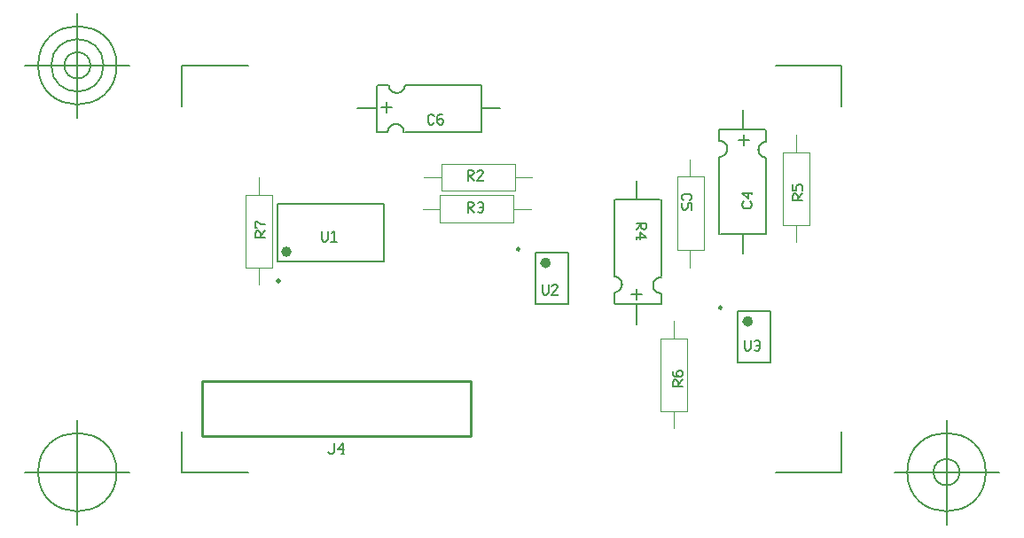
<source format=gbr>
G04 Generated by Ultiboard 14.2 *
%FSLAX24Y24*%
%MOIN*%

%ADD10C,0.0001*%
%ADD11C,0.0061*%
%ADD12C,0.0100*%
%ADD13C,0.0080*%
%ADD14C,0.0039*%
%ADD15C,0.0079*%
%ADD16C,0.0197*%
%ADD17C,0.0098*%
%ADD18C,0.0050*%
%ADD19C,0.03937*%
%ADD20C,0.01969*%


G04 ColorRGB FFFF00 for the following layer *
%LNSilkscreen Top*%
%LPD*%
G54D10*
G54D11*
X9186Y8672D02*
X9265Y8593D01*
X9343Y8593D01*
X9422Y8672D01*
X9422Y8987D01*
X9774Y8751D02*
X9539Y8751D01*
X9735Y8987D01*
X9735Y8593D01*
X9696Y8593D02*
X9774Y8593D01*
X24839Y12861D02*
X24839Y12546D01*
X24918Y12467D01*
X24996Y12467D01*
X25074Y12546D01*
X25074Y12861D01*
X25231Y12821D02*
X25270Y12861D01*
X25349Y12861D01*
X25427Y12782D01*
X25427Y12703D01*
X25388Y12664D01*
X25427Y12624D01*
X25427Y12546D01*
X25349Y12467D01*
X25270Y12467D01*
X25231Y12506D01*
X25270Y12664D02*
X25388Y12664D01*
X17239Y14961D02*
X17239Y14646D01*
X17318Y14567D01*
X17396Y14567D01*
X17474Y14646D01*
X17474Y14961D01*
X17592Y14882D02*
X17670Y14961D01*
X17749Y14961D01*
X17827Y14882D01*
X17827Y14843D01*
X17592Y14567D01*
X17827Y14567D01*
X17827Y14606D01*
G54D12*
X4451Y11339D02*
X14549Y11339D01*
X14549Y9261D01*
X4451Y9261D01*
X4451Y11339D01*
G54D13*
X14439Y17667D02*
X14439Y18061D01*
X14596Y18061D01*
X14674Y17982D01*
X14674Y17943D01*
X14596Y17864D01*
X14439Y17864D01*
X14478Y17864D02*
X14674Y17667D01*
X14831Y18021D02*
X14870Y18061D01*
X14949Y18061D01*
X15027Y17982D01*
X15027Y17903D01*
X14988Y17864D01*
X15027Y17824D01*
X15027Y17746D01*
X14949Y17667D01*
X14870Y17667D01*
X14831Y17706D01*
X14870Y17864D02*
X14988Y17864D01*
X13174Y21046D02*
X13096Y20967D01*
X13018Y20967D01*
X12939Y21046D01*
X12939Y21282D01*
X13018Y21361D01*
X13096Y21361D01*
X13174Y21282D01*
X13488Y21361D02*
X13370Y21361D01*
X13292Y21282D01*
X13292Y21124D01*
X13292Y21046D01*
X13370Y20967D01*
X13449Y20967D01*
X13527Y21046D01*
X13527Y21124D01*
X13449Y21203D01*
X13370Y21203D01*
X13292Y21124D01*
X11020Y20694D02*
X11020Y22427D01*
X14957Y22427D02*
X14957Y20734D01*
X10994Y21600D02*
X10272Y21600D01*
X15666Y21600D02*
X14957Y21600D01*
X12083Y20694D02*
X14957Y20694D01*
X11431Y20699D02*
X11031Y20699D01*
X12083Y22466D02*
X14957Y22466D01*
X11054Y22466D02*
X11454Y22466D01*
X11469Y22466D02*
X11470Y22440D01*
X11473Y22414D01*
X11479Y22388D01*
X11487Y22364D01*
X11497Y22339D01*
X11509Y22316D01*
X11523Y22294D01*
X11539Y22273D01*
X11556Y22254D01*
X11576Y22236D01*
X11596Y22220D01*
X11619Y22206D01*
X11642Y22194D01*
X11666Y22184D01*
X11691Y22176D01*
X11716Y22171D01*
X11742Y22167D01*
X11769Y22166D01*
X11795Y22167D01*
X11821Y22171D01*
X11846Y22176D01*
X11871Y22184D01*
X11895Y22194D01*
X11919Y22206D01*
X11941Y22220D01*
X11961Y22236D01*
X11981Y22254D01*
X11998Y22273D01*
X12014Y22294D01*
X12028Y22316D01*
X12040Y22339D01*
X12050Y22364D01*
X12058Y22388D01*
X12064Y22414D01*
X12067Y22440D01*
X12069Y22466D01*
X11398Y21833D02*
X11398Y21433D01*
X11598Y21633D02*
X11198Y21633D01*
X12031Y20699D02*
X12030Y20725D01*
X12027Y20751D01*
X12021Y20776D01*
X12013Y20801D01*
X12003Y20826D01*
X11991Y20849D01*
X11977Y20871D01*
X11961Y20892D01*
X11944Y20911D01*
X11924Y20929D01*
X11904Y20945D01*
X11881Y20959D01*
X11858Y20971D01*
X11834Y20981D01*
X11809Y20989D01*
X11784Y20994D01*
X11758Y20998D01*
X11731Y20999D01*
X11705Y20998D01*
X11679Y20994D01*
X11654Y20989D01*
X11629Y20981D01*
X11605Y20971D01*
X11581Y20959D01*
X11559Y20945D01*
X11539Y20929D01*
X11519Y20911D01*
X11502Y20892D01*
X11486Y20871D01*
X11472Y20849D01*
X11460Y20826D01*
X11450Y20801D01*
X11442Y20776D01*
X11436Y20751D01*
X11433Y20725D01*
X11431Y20699D01*
X6833Y16739D02*
X6439Y16739D01*
X6439Y16896D01*
X6518Y16974D01*
X6557Y16974D01*
X6636Y16896D01*
X6636Y16739D01*
X6636Y16778D02*
X6833Y16974D01*
X6833Y17210D02*
X6636Y17210D01*
X6518Y17327D01*
X6439Y17327D01*
X6439Y17092D01*
X6518Y17092D01*
X8939Y16961D02*
X8939Y16646D01*
X9018Y16567D01*
X9096Y16567D01*
X9174Y16646D01*
X9174Y16961D01*
X9331Y16882D02*
X9410Y16961D01*
X9410Y16567D01*
X9292Y16567D02*
X9527Y16567D01*
X11300Y17985D02*
X7300Y17985D01*
X7300Y15815D02*
X11300Y15815D01*
X7300Y17985D02*
X7300Y15815D01*
X11300Y15815D02*
X11300Y17985D01*
X22546Y18126D02*
X22467Y18204D01*
X22467Y18282D01*
X22546Y18361D01*
X22782Y18361D01*
X22861Y18282D01*
X22861Y18204D01*
X22782Y18126D01*
X22861Y17773D02*
X22861Y18008D01*
X22703Y18008D01*
X22703Y17851D01*
X22624Y17773D01*
X22546Y17773D01*
X22467Y17851D01*
X22467Y18008D01*
X23894Y20780D02*
X25627Y20780D01*
X25627Y16843D02*
X23934Y16843D01*
X24800Y20806D02*
X24800Y21528D01*
X24800Y16134D02*
X24800Y16843D01*
X23894Y19717D02*
X23894Y16843D01*
X23899Y20369D02*
X23899Y20769D01*
X25666Y19717D02*
X25666Y16843D01*
X25666Y20746D02*
X25666Y20346D01*
X25666Y20331D02*
X25640Y20330D01*
X25614Y20327D01*
X25588Y20321D01*
X25564Y20313D01*
X25539Y20303D01*
X25516Y20291D01*
X25494Y20277D01*
X25473Y20261D01*
X25454Y20244D01*
X25436Y20224D01*
X25420Y20204D01*
X25406Y20181D01*
X25394Y20158D01*
X25384Y20134D01*
X25376Y20109D01*
X25371Y20084D01*
X25367Y20058D01*
X25366Y20031D01*
X25367Y20005D01*
X25371Y19979D01*
X25376Y19954D01*
X25384Y19929D01*
X25394Y19905D01*
X25406Y19881D01*
X25420Y19859D01*
X25436Y19839D01*
X25454Y19819D01*
X25473Y19802D01*
X25494Y19786D01*
X25516Y19772D01*
X25539Y19760D01*
X25564Y19750D01*
X25588Y19742D01*
X25614Y19736D01*
X25640Y19733D01*
X25666Y19731D01*
X25033Y20402D02*
X24633Y20402D01*
X24833Y20202D02*
X24833Y20602D01*
X23899Y19769D02*
X23925Y19770D01*
X23951Y19773D01*
X23976Y19779D01*
X24001Y19787D01*
X24026Y19797D01*
X24049Y19809D01*
X24071Y19823D01*
X24092Y19839D01*
X24111Y19856D01*
X24129Y19876D01*
X24145Y19896D01*
X24159Y19919D01*
X24171Y19942D01*
X24181Y19966D01*
X24189Y19991D01*
X24194Y20016D01*
X24198Y20042D01*
X24199Y20069D01*
X24198Y20095D01*
X24194Y20121D01*
X24189Y20146D01*
X24181Y20171D01*
X24171Y20195D01*
X24159Y20219D01*
X24145Y20241D01*
X24129Y20261D01*
X24111Y20281D01*
X24092Y20298D01*
X24071Y20314D01*
X24049Y20328D01*
X24026Y20340D01*
X24001Y20350D01*
X23976Y20358D01*
X23951Y20364D01*
X23925Y20367D01*
X23899Y20369D01*
X20767Y17261D02*
X21161Y17261D01*
X21161Y17104D01*
X21082Y17026D01*
X21043Y17026D01*
X20964Y17104D01*
X20964Y17261D01*
X20964Y17222D02*
X20767Y17026D01*
X20924Y16673D02*
X20924Y16908D01*
X21161Y16712D01*
X20767Y16712D01*
X20767Y16751D02*
X20767Y16673D01*
X27033Y18139D02*
X26639Y18139D01*
X26639Y18296D01*
X26718Y18374D01*
X26757Y18374D01*
X26836Y18296D01*
X26836Y18139D01*
X26836Y18178D02*
X27033Y18374D01*
X26639Y18727D02*
X26639Y18492D01*
X26797Y18492D01*
X26797Y18649D01*
X26876Y18727D01*
X26954Y18727D01*
X27033Y18649D01*
X27033Y18492D01*
X22533Y11139D02*
X22139Y11139D01*
X22139Y11296D01*
X22218Y11374D01*
X22257Y11374D01*
X22336Y11296D01*
X22336Y11139D01*
X22336Y11178D02*
X22533Y11374D01*
X22139Y11688D02*
X22139Y11570D01*
X22218Y11492D01*
X22376Y11492D01*
X22454Y11492D01*
X22533Y11570D01*
X22533Y11649D01*
X22454Y11727D01*
X22376Y11727D01*
X22297Y11649D01*
X22297Y11570D01*
X22376Y11492D01*
X25054Y18074D02*
X25133Y17996D01*
X25133Y17918D01*
X25054Y17839D01*
X24818Y17839D01*
X24739Y17918D01*
X24739Y17996D01*
X24818Y18074D01*
X24976Y18427D02*
X24976Y18192D01*
X24739Y18388D01*
X25133Y18388D01*
X25133Y18349D02*
X25133Y18427D01*
X21706Y14220D02*
X19973Y14220D01*
X19973Y18157D02*
X21666Y18157D01*
X20800Y14194D02*
X20800Y13472D01*
X20800Y18866D02*
X20800Y18157D01*
X21706Y15283D02*
X21706Y18157D01*
X21701Y14631D02*
X21701Y14231D01*
X19934Y15283D02*
X19934Y18157D01*
X19934Y14254D02*
X19934Y14654D01*
X19934Y14669D02*
X19960Y14670D01*
X19986Y14673D01*
X20012Y14679D01*
X20036Y14687D01*
X20061Y14697D01*
X20084Y14709D01*
X20106Y14723D01*
X20127Y14739D01*
X20146Y14756D01*
X20164Y14776D01*
X20180Y14796D01*
X20194Y14819D01*
X20206Y14842D01*
X20216Y14866D01*
X20224Y14891D01*
X20229Y14916D01*
X20233Y14942D01*
X20234Y14969D01*
X20233Y14995D01*
X20229Y15021D01*
X20224Y15046D01*
X20216Y15071D01*
X20206Y15095D01*
X20194Y15119D01*
X20180Y15141D01*
X20164Y15161D01*
X20146Y15181D01*
X20127Y15198D01*
X20106Y15214D01*
X20084Y15228D01*
X20061Y15240D01*
X20036Y15250D01*
X20012Y15258D01*
X19986Y15264D01*
X19960Y15267D01*
X19934Y15269D01*
X20567Y14598D02*
X20967Y14598D01*
X20767Y14798D02*
X20767Y14398D01*
X21701Y15231D02*
X21675Y15230D01*
X21649Y15227D01*
X21624Y15221D01*
X21599Y15213D01*
X21574Y15203D01*
X21551Y15191D01*
X21529Y15177D01*
X21508Y15161D01*
X21489Y15144D01*
X21471Y15124D01*
X21455Y15104D01*
X21441Y15081D01*
X21429Y15058D01*
X21419Y15034D01*
X21411Y15009D01*
X21406Y14984D01*
X21402Y14958D01*
X21401Y14931D01*
X21402Y14905D01*
X21406Y14879D01*
X21411Y14854D01*
X21419Y14829D01*
X21429Y14805D01*
X21441Y14781D01*
X21455Y14759D01*
X21471Y14739D01*
X21489Y14719D01*
X21508Y14702D01*
X21529Y14686D01*
X21551Y14672D01*
X21574Y14660D01*
X21599Y14650D01*
X21624Y14642D01*
X21649Y14636D01*
X21675Y14633D01*
X21701Y14631D01*
X14439Y18867D02*
X14439Y19261D01*
X14596Y19261D01*
X14674Y19182D01*
X14674Y19143D01*
X14596Y19064D01*
X14439Y19064D01*
X14478Y19064D02*
X14674Y18867D01*
X14792Y19182D02*
X14870Y19261D01*
X14949Y19261D01*
X15027Y19182D01*
X15027Y19143D01*
X14792Y18867D01*
X15027Y18867D01*
X15027Y18906D01*
G54D14*
X13381Y18308D02*
X16137Y18308D01*
X16137Y17304D01*
X13381Y17304D01*
X13381Y18308D01*
X12751Y17800D02*
X13381Y17800D01*
X16137Y17800D02*
X16806Y17800D01*
X6092Y15581D02*
X7096Y15581D01*
X7096Y18337D01*
X6092Y18337D01*
X6092Y15581D01*
X6600Y14951D02*
X6600Y15581D01*
X6600Y18337D02*
X6600Y19006D01*
X23308Y19019D02*
X22304Y19019D01*
X22304Y16263D01*
X23308Y16263D01*
X23308Y19019D01*
X22800Y19649D02*
X22800Y19019D01*
X22800Y16263D02*
X22800Y15594D01*
X26292Y17181D02*
X27296Y17181D01*
X27296Y19937D01*
X26292Y19937D01*
X26292Y17181D01*
X26800Y16551D02*
X26800Y17181D01*
X26800Y19937D02*
X26800Y20606D01*
X21692Y10181D02*
X22696Y10181D01*
X22696Y12937D01*
X21692Y12937D01*
X21692Y10181D01*
X22200Y9551D02*
X22200Y10181D01*
X22200Y12937D02*
X22200Y13606D01*
X16219Y18492D02*
X13463Y18492D01*
X13463Y19496D01*
X16219Y19496D01*
X16219Y18492D01*
X16849Y19000D02*
X16219Y19000D01*
X13463Y19000D02*
X12794Y19000D01*
G54D15*
X24570Y12035D02*
X25830Y12035D01*
X25830Y13965D02*
X24570Y13965D01*
X24570Y12035D01*
X25830Y12035D02*
X25830Y13965D01*
X16970Y14235D02*
X18230Y14235D01*
X18230Y16165D02*
X16970Y16165D01*
X16970Y14235D01*
X18230Y14235D02*
X18230Y16165D01*
G54D16*
X24865Y13571D02*
G75*
D01*
G02X24865Y13571I99J0*
G01*
X17265Y15771D02*
G75*
D01*
G02X17265Y15771I99J0*
G01*
G54D17*
X23891Y14083D02*
G75*
D01*
G02X23891Y14083I49J0*
G01*
X16291Y16283D02*
G75*
D01*
G02X16291Y16283I49J0*
G01*
G54D18*
X3697Y7900D02*
X3697Y9430D01*
X3697Y7900D02*
X6178Y7900D01*
X28500Y7900D02*
X26020Y7900D01*
X28500Y7900D02*
X28500Y9430D01*
X28500Y23200D02*
X28500Y21670D01*
X28500Y23200D02*
X26020Y23200D01*
X3697Y23200D02*
X6178Y23200D01*
X3697Y23200D02*
X3697Y21670D01*
X1729Y7900D02*
X-2208Y7900D01*
X-240Y5931D02*
X-240Y9869D01*
X-1716Y7900D02*
G75*
D01*
G02X-1716Y7900I1476J0*
G01*
X30469Y7900D02*
X34406Y7900D01*
X32437Y5931D02*
X32437Y9869D01*
X30961Y7900D02*
G75*
D01*
G02X30961Y7900I1476J0*
G01*
X31945Y7900D02*
G75*
D01*
G02X31945Y7900I492J0*
G01*
X1729Y23200D02*
X-2208Y23200D01*
X-240Y21231D02*
X-240Y25169D01*
X-1716Y23200D02*
G75*
D01*
G02X-1716Y23200I1476J0*
G01*
X-1224Y23200D02*
G75*
D01*
G02X-1224Y23200I984J0*
G01*
X-732Y23200D02*
G75*
D01*
G02X-732Y23200I492J0*
G01*
G54D19*
X7603Y16200D03*
G54D20*
X7302Y15100D03*

M02*

</source>
